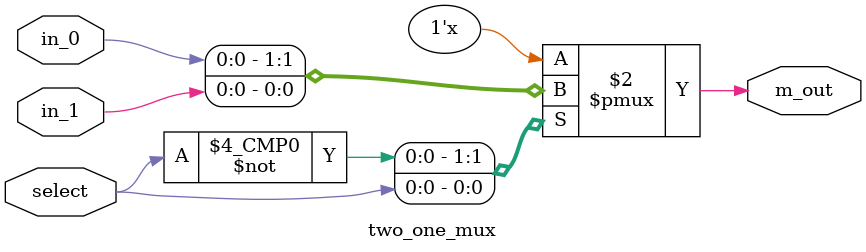
<source format=v>
`timescale 1ns / 1ps
module two_one_mux(
output reg	m_out,
input	in_0, in_1, select
);

always @ (in_0, in_1, select)	// Verilog 2005 syntax

    case (select)
       1'b00:	m_out = in_0;
       1'b01:	m_out = in_1;
    endcase

endmodule

</source>
